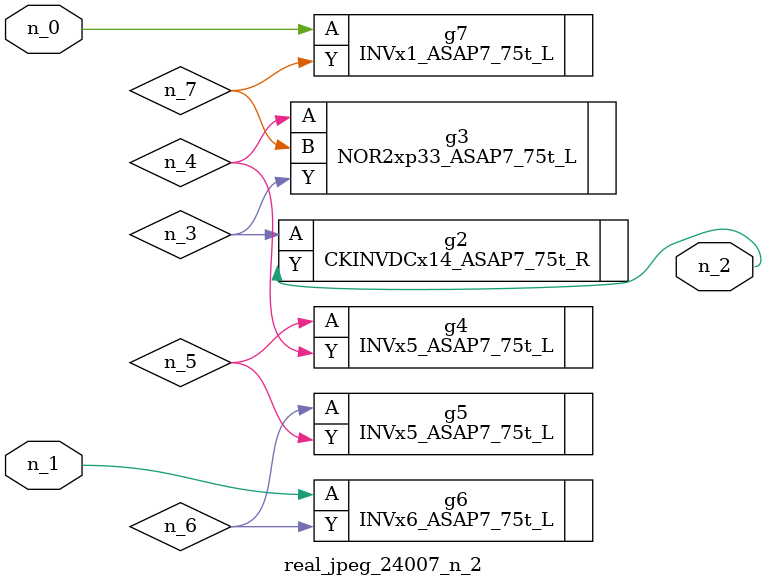
<source format=v>
module real_jpeg_24007_n_2 (n_1, n_0, n_2);

input n_1;
input n_0;

output n_2;

wire n_5;
wire n_4;
wire n_6;
wire n_7;
wire n_3;

INVx1_ASAP7_75t_L g7 ( 
.A(n_0),
.Y(n_7)
);

INVx6_ASAP7_75t_L g6 ( 
.A(n_1),
.Y(n_6)
);

CKINVDCx14_ASAP7_75t_R g2 ( 
.A(n_3),
.Y(n_2)
);

NOR2xp33_ASAP7_75t_L g3 ( 
.A(n_4),
.B(n_7),
.Y(n_3)
);

INVx5_ASAP7_75t_L g4 ( 
.A(n_5),
.Y(n_4)
);

INVx5_ASAP7_75t_L g5 ( 
.A(n_6),
.Y(n_5)
);


endmodule
</source>
